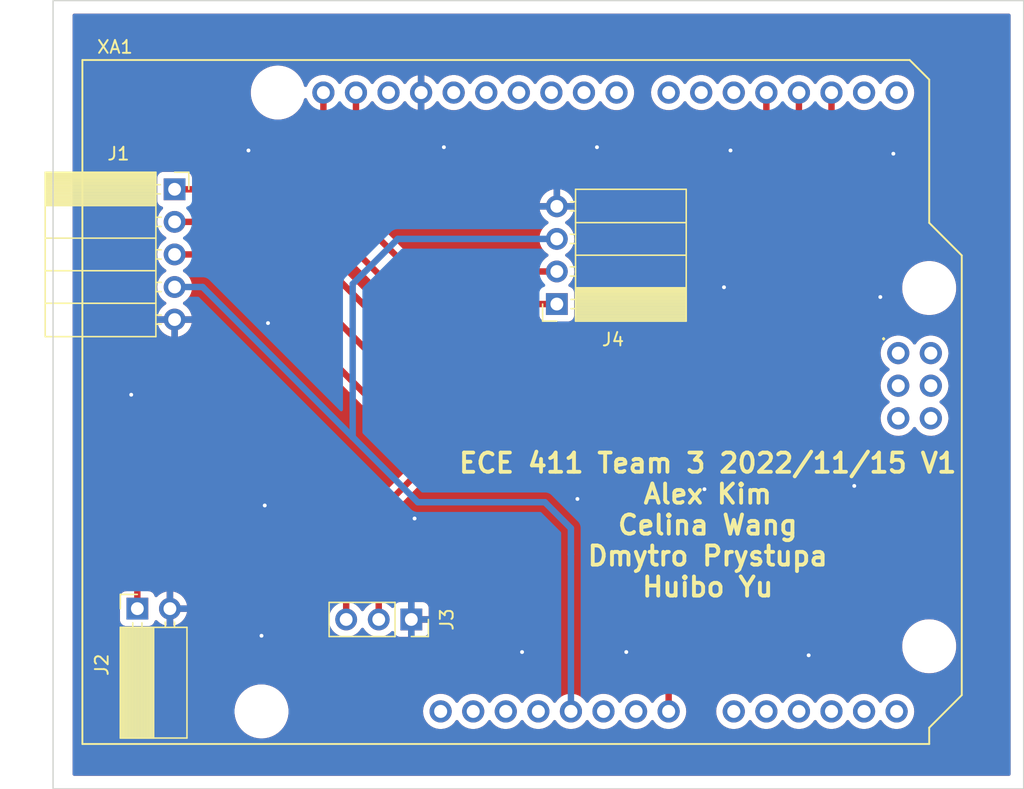
<source format=kicad_pcb>
(kicad_pcb (version 20211014) (generator pcbnew)
  (layers (0 "F.Cu" signal) (31 "B.Cu" signal) (34 "B.Paste" user) (35 "F.Paste" user) (36 "B.SilkS" user "B.Silkscreen") (37 "F.SilkS" user "F.Silkscreen") (38 "B.Mask" user) (39 "F.Mask" user) (44 "Edge.Cuts" user))
  (net 0 "")
  (net 1 "GND")
  (net 2 "Net-(J1-Pad4)")
  (net 3 "Net-(J1-Pad1)")
  (net 4 "Net-(J1-Pad2)")
  (net 5 "Net-(J1-Pad3)")
  (net 6 "Net-(J2-Pad1)")
  (net 36 "Net-(J3-Pad2)")
  (net 37 "Net-(J4-Pad1)")
  (net 38 "Net-(J4-Pad2)")
  (footprint "Connector_PinSocket_2.54mm:PinSocket_1x05_P2.54mm_Horizontal" (layer "F.Cu") (at 115.652 68.052)
    (fp_text reference "J1" (at -4.38 -2.77) (layer "F.SilkS"))
    (fp_text value "Rotary Encoder")
    (fp_line (start -10.09 0.67952) (end -1.46 0.67952) (layer "F.SilkS") (width 0.12))
    (fp_line (start 1.11 -1.33) (end 1.11 0) (layer "F.SilkS") (width 0.12))
    (fp_line (start -1.46 9.8) (end -1.05 9.8) (layer "F.SilkS") (width 0.12))
    (fp_line (start -10.09 0.20714) (end -1.46 0.20714) (layer "F.SilkS") (width 0.12))
    (fp_line (start -10.09 -1.33) (end -10.09 11.49) (layer "F.SilkS") (width 0.12))
    (fp_line (start -10.09 -0.147145) (end -1.46 -0.147145) (layer "F.SilkS") (width 0.12))
    (fp_line (start -10.09 6.35) (end -1.46 6.35) (layer "F.SilkS") (width 0.12))
    (fp_line (start -1.46 7.26) (end -1.05 7.26) (layer "F.SilkS") (width 0.12))
    (fp_line (start -10.09 -0.02905) (end -1.46 -0.02905) (layer "F.SilkS") (width 0.12))
    (fp_line (start -1.46 2.18) (end -1.05 2.18) (layer "F.SilkS") (width 0.12))
    (fp_line (start -10.09 1.1519) (end -1.46 1.1519) (layer "F.SilkS") (width 0.12))
    (fp_line (start 0 -1.33) (end 1.11 -1.33) (layer "F.SilkS") (width 0.12))
    (fp_line (start -10.09 0.325235) (end -1.46 0.325235) (layer "F.SilkS") (width 0.12))
    (fp_line (start -10.09 -1.33) (end -1.46 -1.33) (layer "F.SilkS") (width 0.12))
    (fp_line (start -10.09 -1.091905) (end -1.46 -1.091905) (layer "F.SilkS") (width 0.12))
    (fp_line (start -10.09 1.033805) (end -1.46 1.033805) (layer "F.SilkS") (width 0.12))
    (fp_line (start -10.09 3.81) (end -1.46 3.81) (layer "F.SilkS") (width 0.12))
    (fp_line (start -1.46 4.72) (end -1.05 4.72) (layer "F.SilkS") (width 0.12))
    (fp_line (start -1.46 10.52) (end -1.05 10.52) (layer "F.SilkS") (width 0.12))
    (fp_line (start -1.46 2.9) (end -1.05 2.9) (layer "F.SilkS") (width 0.12))
    (fp_line (start -10.09 0.44333) (end -1.46 0.44333) (layer "F.SilkS") (width 0.12))
    (fp_line (start -10.09 8.89) (end -1.46 8.89) (layer "F.SilkS") (width 0.12))
    (fp_line (start -10.09 -0.73762) (end -1.46 -0.73762) (layer "F.SilkS") (width 0.12))
    (fp_line (start -10.09 -0.26524) (end -1.46 -0.26524) (layer "F.SilkS") (width 0.12))
    (fp_line (start -10.09 0.089045) (end -1.46 0.089045) (layer "F.SilkS") (width 0.12))
    (fp_line (start -10.09 -0.383335) (end -1.46 -0.383335) (layer "F.SilkS") (width 0.12))
    (fp_line (start -1.46 -0.36) (end -1.11 -0.36) (layer "F.SilkS") (width 0.12))
    (fp_line (start -10.09 1.27) (end -1.46 1.27) (layer "F.SilkS") (width 0.12))
    (fp_line (start -1.46 -1.33) (end -1.46 11.49) (layer "F.SilkS") (width 0.12))
    (fp_line (start -10.09 -1.21) (end -1.46 -1.21) (layer "F.SilkS") (width 0.12))
    (fp_line (start -1.46 0.36) (end -1.11 0.36) (layer "F.SilkS") (width 0.12))
    (fp_line (start -1.46 7.98) (end -1.05 7.98) (layer "F.SilkS") (width 0.12))
    (fp_line (start -10.09 -0.50143) (end -1.46 -0.50143) (layer "F.SilkS") (width 0.12))
    (fp_line (start -10.09 -0.97381) (end -1.46 -0.97381) (layer "F.SilkS") (width 0.12))
    (fp_line (start -1.46 5.44) (end -1.05 5.44) (layer "F.SilkS") (width 0.12))
    (fp_line (start -10.09 -0.619525) (end -1.46 -0.619525) (layer "F.SilkS") (width 0.12))
    (fp_line (start -10.09 0.561425) (end -1.46 0.561425) (layer "F.SilkS") (width 0.12))
    (fp_line (start -10.09 11.49) (end -1.46 11.49) (layer "F.SilkS") (width 0.12))
    (fp_line (start -10.09 -0.855715) (end -1.46 -0.855715) (layer "F.SilkS") (width 0.12))
    (fp_line (start -10.09 0.797615) (end -1.46 0.797615) (layer "F.SilkS") (width 0.12))
    (fp_line (start -10.09 0.91571) (end -1.46 0.91571) (layer "F.SilkS") (width 0.12))
    (pad "1" thru_hole rect (at 0 0) (size 1.7 1.7) (drill 1) (layers *.Cu *.Mask) (net 3 "Net-(J1-Pad1)"))
    (pad "2" thru_hole oval (at 0 2.54) (size 1.7 1.7) (drill 1) (layers *.Cu *.Mask) (net 4 "Net-(J1-Pad2)"))
    (pad "3" thru_hole oval (at 0 5.08) (size 1.7 1.7) (drill 1) (layers *.Cu *.Mask) (net 5 "Net-(J1-Pad3)"))
    (pad "4" thru_hole oval (at 0 7.62) (size 1.7 1.7) (drill 1) (layers *.Cu *.Mask) (net 2 "Net-(J1-Pad4)"))
    (pad "5" thru_hole oval (at 0 10.16) (size 1.7 1.7) (drill 1) (layers *.Cu *.Mask) (net 1 "GND"))
  )
  (footprint "Connector_PinSocket_2.54mm:PinSocket_1x04_P2.54mm_Horizontal" (layer "F.Cu") (at 145.46 77.002 180)
    (fp_text reference "J4" (at -4.38 -2.77) (layer "F.SilkS"))
    (fp_text value "LCD_I2C")
    (fp_line (start -10.09 1.27) (end -1.46 1.27) (layer "F.SilkS") (width 0.12))
    (fp_line (start -10.09 0.67952) (end -1.46 0.67952) (layer "F.SilkS") (width 0.12))
    (fp_line (start -10.09 -0.26524) (end -1.46 -0.26524) (layer "F.SilkS") (width 0.12))
    (fp_line (start -10.09 0.089045) (end -1.46 0.089045) (layer "F.SilkS") (width 0.12))
    (fp_line (start -10.09 1.1519) (end -1.46 1.1519) (layer "F.SilkS") (width 0.12))
    (fp_line (start -1.46 7.26) (end -1.05 7.26) (layer "F.SilkS") (width 0.12))
    (fp_line (start -10.09 -0.619525) (end -1.46 -0.619525) (layer "F.SilkS") (width 0.12))
    (fp_line (start -10.09 0.91571) (end -1.46 0.91571) (layer "F.SilkS") (width 0.12))
    (fp_line (start -10.09 -1.33) (end -10.09 8.95) (layer "F.SilkS") (width 0.12))
    (fp_line (start -10.09 1.033805) (end -1.46 1.033805) (layer "F.SilkS") (width 0.12))
    (fp_line (start -1.46 2.18) (end -1.05 2.18) (layer "F.SilkS") (width 0.12))
    (fp_line (start -1.46 7.98) (end -1.05 7.98) (layer "F.SilkS") (width 0.12))
    (fp_line (start -1.46 -1.33) (end -1.46 8.95) (layer "F.SilkS") (width 0.12))
    (fp_line (start -10.09 -0.50143) (end -1.46 -0.50143) (layer "F.SilkS") (width 0.12))
    (fp_line (start -10.09 0.20714) (end -1.46 0.20714) (layer "F.SilkS") (width 0.12))
    (fp_line (start -10.09 -0.02905) (end -1.46 -0.02905) (layer "F.SilkS") (width 0.12))
    (fp_line (start -1.46 -0.36) (end -1.11 -0.36) (layer "F.SilkS") (width 0.12))
    (fp_line (start -1.46 0.36) (end -1.11 0.36) (layer "F.SilkS") (width 0.12))
    (fp_line (start -1.46 4.72) (end -1.05 4.72) (layer "F.SilkS") (width 0.12))
    (fp_line (start -10.09 -0.383335) (end -1.46 -0.383335) (layer "F.SilkS") (width 0.12))
    (fp_line (start -10.09 -0.73762) (end -1.46 -0.73762) (layer "F.SilkS") (width 0.12))
    (fp_line (start -1.46 5.44) (end -1.05 5.44) (layer "F.SilkS") (width 0.12))
    (fp_line (start 0 -1.33) (end 1.11 -1.33) (layer "F.SilkS") (width 0.12))
    (fp_line (start -10.09 0.797615) (end -1.46 0.797615) (layer "F.SilkS") (width 0.12))
    (fp_line (start -10.09 6.35) (end -1.46 6.35) (layer "F.SilkS") (width 0.12))
    (fp_line (start -10.09 -0.855715) (end -1.46 -0.855715) (layer "F.SilkS") (width 0.12))
    (fp_line (start -1.46 2.9) (end -1.05 2.9) (layer "F.SilkS") (width 0.12))
    (fp_line (start -10.09 -1.33) (end -1.46 -1.33) (layer "F.SilkS") (width 0.12))
    (fp_line (start -10.09 8.95) (end -1.46 8.95) (layer "F.SilkS") (width 0.12))
    (fp_line (start -10.09 -0.147145) (end -1.46 -0.147145) (layer "F.SilkS") (width 0.12))
    (fp_line (start -10.09 0.561425) (end -1.46 0.561425) (layer "F.SilkS") (width 0.12))
    (fp_line (start -10.09 -0.97381) (end -1.46 -0.97381) (layer "F.SilkS") (width 0.12))
    (fp_line (start -10.09 3.81) (end -1.46 3.81) (layer "F.SilkS") (width 0.12))
    (fp_line (start -10.09 -1.21) (end -1.46 -1.21) (layer "F.SilkS") (width 0.12))
    (fp_line (start 1.11 -1.33) (end 1.11 0) (layer "F.SilkS") (width 0.12))
    (fp_line (start -10.09 0.325235) (end -1.46 0.325235) (layer "F.SilkS") (width 0.12))
    (fp_line (start -10.09 -1.091905) (end -1.46 -1.091905) (layer "F.SilkS") (width 0.12))
    (fp_line (start -10.09 0.44333) (end -1.46 0.44333) (layer "F.SilkS") (width 0.12))
    (pad "1" thru_hole rect (at 0 0 180) (size 1.7 1.7) (drill 1) (layers *.Cu *.Mask) (net 37 "Net-(J4-Pad1)"))
    (pad "2" thru_hole oval (at 0 2.54 180) (size 1.7 1.7) (drill 1) (layers *.Cu *.Mask) (net 38 "Net-(J4-Pad2)"))
    (pad "3" thru_hole oval (at 0 5.08 180) (size 1.7 1.7) (drill 1) (layers *.Cu *.Mask) (net 2 "Net-(J1-Pad4)"))
    (pad "4" thru_hole oval (at 0 7.62 180) (size 1.7 1.7) (drill 1) (layers *.Cu *.Mask) (net 1 "GND"))
  )
  (footprint "Connector_PinSocket_2.54mm:PinSocket_1x03_P2.54mm_Vertical" (layer "F.Cu") (at 134.112 101.6 -90)
    (fp_text reference "J3" (at 0 -2.77 90) (layer "F.SilkS"))
    (fp_text value "Switch")
    (fp_line (start 0 -1.33) (end 1.33 -1.33) (layer "F.SilkS") (width 0.12))
    (fp_line (start 1.33 -1.33) (end 1.33 0) (layer "F.SilkS") (width 0.12))
    (fp_line (start -1.33 1.27) (end 1.33 1.27) (layer "F.SilkS") (width 0.12))
    (fp_line (start 1.33 1.27) (end 1.33 6.41) (layer "F.SilkS") (width 0.12))
    (fp_line (start -1.33 6.41) (end 1.33 6.41) (layer "F.SilkS") (width 0.12))
    (fp_line (start -1.33 1.27) (end -1.33 6.41) (layer "F.SilkS") (width 0.12))
    (pad "1" thru_hole rect (at 0 0 270) (size 1.7 1.7) (drill 1) (layers *.Cu *.Mask) (net 1 "GND"))
    (pad "2" thru_hole oval (at 0 2.54 270) (size 1.7 1.7) (drill 1) (layers *.Cu *.Mask) (net 36 "Net-(J3-Pad2)"))
    (pad "3" thru_hole oval (at 0 5.08 270) (size 1.7 1.7) (drill 1) (layers *.Cu *.Mask) (net 6 "Net-(J2-Pad1)"))
  )
  (footprint "Connector_PinSocket_2.54mm:PinSocket_1x02_P2.54mm_Horizontal" (layer "F.Cu") (at 112.746 100.756 90)
    (fp_text reference "J2" (at -4.38 -2.77 90) (layer "F.SilkS"))
    (fp_text value "Power")
    (fp_line (start -10.09 -0.97381) (end -1.46 -0.97381) (layer "F.SilkS") (width 0.12))
    (fp_line (start -10.09 0.20714) (end -1.46 0.20714) (layer "F.SilkS") (width 0.12))
    (fp_line (start -10.09 -1.33) (end -10.09 3.87) (layer "F.SilkS") (width 0.12))
    (fp_line (start -1.46 -1.33) (end -1.46 3.87) (layer "F.SilkS") (width 0.12))
    (fp_line (start -10.09 0.797615) (end -1.46 0.797615) (layer "F.SilkS") (width 0.12))
    (fp_line (start -1.46 2.9) (end -1.05 2.9) (layer "F.SilkS") (width 0.12))
    (fp_line (start -10.09 -0.02905) (end -1.46 -0.02905) (layer "F.SilkS") (width 0.12))
    (fp_line (start -10.09 0.67952) (end -1.46 0.67952) (layer "F.SilkS") (width 0.12))
    (fp_line (start -10.09 -0.147145) (end -1.46 -0.147145) (layer "F.SilkS") (width 0.12))
    (fp_line (start -10.09 0.561425) (end -1.46 0.561425) (layer "F.SilkS") (width 0.12))
    (fp_line (start -10.09 1.033805) (end -1.46 1.033805) (layer "F.SilkS") (width 0.12))
    (fp_line (start -10.09 -0.26524) (end -1.46 -0.26524) (layer "F.SilkS") (width 0.12))
    (fp_line (start -10.09 3.87) (end -1.46 3.87) (layer "F.SilkS") (width 0.12))
    (fp_line (start -10.09 0.089045) (end -1.46 0.089045) (layer "F.SilkS") (width 0.12))
    (fp_line (start -1.46 -0.36) (end -1.11 -0.36) (layer "F.SilkS") (width 0.12))
    (fp_line (start -10.09 1.1519) (end -1.46 1.1519) (layer "F.SilkS") (width 0.12))
    (fp_line (start -10.09 -1.33) (end -1.46 -1.33) (layer "F.SilkS") (width 0.12))
    (fp_line (start -10.09 -0.383335) (end -1.46 -0.383335) (layer "F.SilkS") (width 0.12))
    (fp_line (start -1.46 2.18) (end -1.05 2.18) (layer "F.SilkS") (width 0.12))
    (fp_line (start -10.09 -0.73762) (end -1.46 -0.73762) (layer "F.SilkS") (width 0.12))
    (fp_line (start -10.09 1.27) (end -1.46 1.27) (layer "F.SilkS") (width 0.12))
    (fp_line (start -10.09 -0.855715) (end -1.46 -0.855715) (layer "F.SilkS") (width 0.12))
    (fp_line (start 1.11 -1.33) (end 1.11 0) (layer "F.SilkS") (width 0.12))
    (fp_line (start -10.09 0.44333) (end -1.46 0.44333) (layer "F.SilkS") (width 0.12))
    (fp_line (start -10.09 0.91571) (end -1.46 0.91571) (layer "F.SilkS") (width 0.12))
    (fp_line (start -10.09 -1.21) (end -1.46 -1.21) (layer "F.SilkS") (width 0.12))
    (fp_line (start 0 -1.33) (end 1.11 -1.33) (layer "F.SilkS") (width 0.12))
    (fp_line (start -10.09 -1.091905) (end -1.46 -1.091905) (layer "F.SilkS") (width 0.12))
    (fp_line (start -10.09 -0.619525) (end -1.46 -0.619525) (layer "F.SilkS") (width 0.12))
    (fp_line (start -1.46 0.36) (end -1.11 0.36) (layer "F.SilkS") (width 0.12))
    (fp_line (start -10.09 0.325235) (end -1.46 0.325235) (layer "F.SilkS") (width 0.12))
    (fp_line (start -10.09 -0.50143) (end -1.46 -0.50143) (layer "F.SilkS") (width 0.12))
    (pad "1" thru_hole rect (at 0 0 90) (size 1.7 1.7) (drill 1) (layers *.Cu *.Mask) (net 6 "Net-(J2-Pad1)"))
    (pad "2" thru_hole oval (at 0 2.54 90) (size 1.7 1.7) (drill 1) (layers *.Cu *.Mask) (net 1 "GND"))
  )
  (footprint "Arduino:Arduino_Uno_Shield" (layer "F.Cu") (at 108.46 111.31)
    (fp_text reference "XA1" (at 2.54 -54.356) (layer "F.SilkS"))
    (fp_text value "Arduino_Uno_Shield")
    (fp_text user "." (at 62.484 -32.004) (layer "F.SilkS"))
    (fp_line (start 0 0) (end 66.04 0) (layer "F.SilkS") (width 0.15))
    (fp_line (start 0 -53.34) (end 0 0) (layer "F.SilkS") (width 0.15))
    (fp_line (start 66.04 -1.27) (end 68.58 -3.81) (layer "F.SilkS") (width 0.15))
    (fp_line (start 0 -53.34) (end 64.516 -53.34) (layer "F.SilkS") (width 0.15))
    (fp_line (start 64.516 -53.34) (end 66.04 -51.816) (layer "F.SilkS") (width 0.15))
    (fp_line (start 68.58 -3.81) (end 68.58 -38.1) (layer "F.SilkS") (width 0.15))
    (fp_line (start 66.04 -40.64) (end 66.04 -51.816) (layer "F.SilkS") (width 0.15))
    (fp_line (start 68.58 -38.1) (end 66.04 -40.64) (layer "F.SilkS") (width 0.15))
    (fp_line (start 66.04 0) (end 66.04 -1.27) (layer "F.SilkS") (width 0.15))
    (pad "" np_thru_hole circle (at 13.97 -2.54) (size 3.2 3.2) (drill 3.2) (layers *.Cu *.Mask))
    (pad "" np_thru_hole circle (at 66.04 -7.62) (size 3.2 3.2) (drill 3.2) (layers *.Cu *.Mask))
    (pad "" np_thru_hole circle (at 15.24 -50.8) (size 3.2 3.2) (drill 3.2) (layers *.Cu *.Mask))
    (pad "" np_thru_hole circle (at 66.04 -35.56) (size 3.2 3.2) (drill 3.2) (layers *.Cu *.Mask))
    (pad "" thru_hole oval (at 27.94 -2.54) (size 1.7272 1.7272) (drill 1.016) (layers *.Cu *.Mask))
    (pad "3V3" thru_hole oval (at 35.56 -2.54) (size 1.7272 1.7272) (drill 1.016) (layers *.Cu *.Mask))
    (pad "5V1" thru_hole oval (at 38.1 -2.54) (size 1.7272 1.7272) (drill 1.016) (layers *.Cu *.Mask) (net 2 "Net-(J1-Pad4)"))
    (pad "5V2" thru_hole oval (at 66.167 -30.48) (size 1.7272 1.7272) (drill 1.016) (layers *.Cu *.Mask))
    (pad "A0" thru_hole oval (at 50.8 -2.54) (size 1.7272 1.7272) (drill 1.016) (layers *.Cu *.Mask))
    (pad "A1" thru_hole oval (at 53.34 -2.54) (size 1.7272 1.7272) (drill 1.016) (layers *.Cu *.Mask))
    (pad "A2" thru_hole oval (at 55.88 -2.54) (size 1.7272 1.7272) (drill 1.016) (layers *.Cu *.Mask))
    (pad "A3" thru_hole oval (at 58.42 -2.54) (size 1.7272 1.7272) (drill 1.016) (layers *.Cu *.Mask))
    (pad "A4" thru_hole oval (at 60.96 -2.54) (size 1.7272 1.7272) (drill 1.016) (layers *.Cu *.Mask))
    (pad "A5" thru_hole oval (at 63.5 -2.54) (size 1.7272 1.7272) (drill 1.016) (layers *.Cu *.Mask))
    (pad "AREF" thru_hole oval (at 23.876 -50.8) (size 1.7272 1.7272) (drill 1.016) (layers *.Cu *.Mask))
    (pad "D0" thru_hole oval (at 63.5 -50.8) (size 1.7272 1.7272) (drill 1.016) (layers *.Cu *.Mask))
    (pad "D1" thru_hole oval (at 60.96 -50.8) (size 1.7272 1.7272) (drill 1.016) (layers *.Cu *.Mask))
    (pad "D2" thru_hole oval (at 58.42 -50.8) (size 1.7272 1.7272) (drill 1.016) (layers *.Cu *.Mask) (net 5 "Net-(J1-Pad3)"))
    (pad "D3" thru_hole oval (at 55.88 -50.8) (size 1.7272 1.7272) (drill 1.016) (layers *.Cu *.Mask) (net 4 "Net-(J1-Pad2)"))
    (pad "D4" thru_hole oval (at 53.34 -50.8) (size 1.7272 1.7272) (drill 1.016) (layers *.Cu *.Mask) (net 3 "Net-(J1-Pad1)"))
    (pad "D5" thru_hole oval (at 50.8 -50.8) (size 1.7272 1.7272) (drill 1.016) (layers *.Cu *.Mask))
    (pad "D6" thru_hole oval (at 48.26 -50.8) (size 1.7272 1.7272) (drill 1.016) (layers *.Cu *.Mask))
    (pad "D7" thru_hole oval (at 45.72 -50.8) (size 1.7272 1.7272) (drill 1.016) (layers *.Cu *.Mask))
    (pad "D8" thru_hole oval (at 41.656 -50.8) (size 1.7272 1.7272) (drill 1.016) (layers *.Cu *.Mask))
    (pad "D9" thru_hole oval (at 39.116 -50.8) (size 1.7272 1.7272) (drill 1.016) (layers *.Cu *.Mask))
    (pad "D10" thru_hole oval (at 36.576 -50.8) (size 1.7272 1.7272) (drill 1.016) (layers *.Cu *.Mask))
    (pad "D11" thru_hole oval (at 34.036 -50.8) (size 1.7272 1.7272) (drill 1.016) (layers *.Cu *.Mask))
    (pad "D12" thru_hole oval (at 31.496 -50.8) (size 1.7272 1.7272) (drill 1.016) (layers *.Cu *.Mask))
    (pad "D13" thru_hole oval (at 28.956 -50.8) (size 1.7272 1.7272) (drill 1.016) (layers *.Cu *.Mask))
    (pad "GND1" thru_hole oval (at 26.416 -50.8) (size 1.7272 1.7272) (drill 1.016) (layers *.Cu *.Mask) (net 1 "GND"))
    (pad "GND2" thru_hole oval (at 40.64 -2.54) (size 1.7272 1.7272) (drill 1.016) (layers *.Cu *.Mask))
    (pad "GND3" thru_hole oval (at 43.18 -2.54) (size 1.7272 1.7272) (drill 1.016) (layers *.Cu *.Mask))
    (pad "GND4" thru_hole oval (at 66.167 -25.4) (size 1.7272 1.7272) (drill 1.016) (layers *.Cu *.Mask))
    (pad "IORF" thru_hole oval (at 30.48 -2.54) (size 1.7272 1.7272) (drill 1.016) (layers *.Cu *.Mask))
    (pad "MISO" thru_hole oval (at 63.627 -30.48) (size 1.7272 1.7272) (drill 1.016) (layers *.Cu *.Mask))
    (pad "MOSI" thru_hole oval (at 66.167 -27.94) (size 1.7272 1.7272) (drill 1.016) (layers *.Cu *.Mask))
    (pad "RST1" thru_hole oval (at 33.02 -2.54) (size 1.7272 1.7272) (drill 1.016) (layers *.Cu *.Mask))
    (pad "RST2" thru_hole oval (at 63.627 -25.4) (size 1.7272 1.7272) (drill 1.016) (layers *.Cu *.Mask))
    (pad "SCK" thru_hole oval (at 63.627 -27.94) (size 1.7272 1.7272) (drill 1.016) (layers *.Cu *.Mask))
    (pad "SCL" thru_hole oval (at 18.796 -50.8) (size 1.7272 1.7272) (drill 1.016) (layers *.Cu *.Mask) (net 37 "Net-(J4-Pad1)"))
    (pad "SDA" thru_hole oval (at 21.336 -50.8) (size 1.7272 1.7272) (drill 1.016) (layers *.Cu *.Mask) (net 38 "Net-(J4-Pad2)"))
    (pad "VIN" thru_hole oval (at 45.72 -2.54) (size 1.7272 1.7272) (drill 1.016) (layers *.Cu *.Mask) (net 36 "Net-(J3-Pad2)"))
  )
  (gr_rect (start 106.172 53.34) (end 181.864 114.808) (layer "Edge.Cuts") (width 0.1) (fill none))
  (gr_text "ECE 411 Team 3 2022/11/15 V1\nAlex Kim\nCelina Wang\nDmytro Prystupa\nHuibo Yu" (at 157.226 94.234) (layer "F.SilkS") (effects (font (size 1.5 1.5) (thickness 0.3))))
  (via (at 122.428 102.87) (size 0.7) (drill 0.3) (layers "F.Cu" "B.Cu") (net 1))
  (via (at 159.004 65.024) (size 0.7) (drill 0.3) (layers "F.Cu" "B.Cu") (net 1))
  (via (at 122.936 78.486) (size 0.7) (drill 0.3) (layers "F.Cu" "B.Cu") (net 1))
  (via (at 158.496 75.692) (size 0.7) (drill 0.3) (layers "F.Cu" "B.Cu") (net 1))
  (via (at 168.656 91.186) (size 0.7) (drill 0.3) (layers "F.Cu" "B.Cu") (net 1))
  (via (at 171.704 65.278) (size 0.7) (drill 0.3) (layers "F.Cu" "B.Cu") (net 1))
  (via (at 142.748 104.14) (size 0.7) (drill 0.3) (layers "F.Cu" "B.Cu") (net 1))
  (via (at 134.366 93.726) (size 0.7) (drill 0.3) (layers "F.Cu" "B.Cu") (net 1))
  (via (at 147.066 92.202) (size 0.7) (drill 0.3) (layers "F.Cu" "B.Cu") (net 1))
  (via (at 112.268 84.074) (size 0.7) (drill 0.3) (layers "F.Cu" "B.Cu") (net 1))
  (via (at 170.688 76.454) (size 0.7) (drill 0.3) (layers "F.Cu" "B.Cu") (net 1))
  (via (at 150.876 104.14) (size 0.7) (drill 0.3) (layers "F.Cu" "B.Cu") (net 1))
  (via (at 165.1 104.394) (size 0.7) (drill 0.3) (layers "F.Cu" "B.Cu") (net 1))
  (via (at 136.652 64.77) (size 0.7) (drill 0.3) (layers "F.Cu" "B.Cu") (net 1))
  (via (at 156.972 91.44) (size 0.7) (drill 0.3) (layers "F.Cu" "B.Cu") (net 1))
  (via (at 122.682 92.71) (size 0.7) (drill 0.3) (layers "F.Cu" "B.Cu") (net 1))
  (via (at 148.59 64.77) (size 0.7) (drill 0.3) (layers "F.Cu" "B.Cu") (net 1))
  (via (at 121.412 65.024) (size 0.7) (drill 0.3) (layers "F.Cu" "B.Cu") (net 1))
  (segment (start 146.558 96.52) (end 146.56 96.522) (width 0.5) (layer "B.Cu") (net 2))
  (segment (start 117.836 75.672) (end 115.652 75.672) (width 0.5) (layer "B.Cu") (net 2))
  (segment (start 129.54 75.438) (end 133.056 71.922) (width 0.5) (layer "B.Cu") (net 2))
  (segment (start 133.056 71.922) (end 145.46 71.922) (width 0.5) (layer "B.Cu") (net 2))
  (segment (start 129.54 87.376) (end 117.836 75.672) (width 0.5) (layer "B.Cu") (net 2))
  (segment (start 146.558 94.488) (end 146.558 96.52) (width 0.5) (layer "B.Cu") (net 2))
  (segment (start 144.526 92.456) (end 146.558 94.488) (width 0.5) (layer "B.Cu") (net 2))
  (segment (start 146.56 96.522) (end 146.56 108.77) (width 0.5) (layer "B.Cu") (net 2))
  (segment (start 129.54 87.376) (end 129.54 75.438) (width 0.5) (layer "B.Cu") (net 2))
  (segment (start 129.54 87.376) (end 134.62 92.456) (width 0.5) (layer "B.Cu") (net 2))
  (segment (start 134.62 92.456) (end 144.526 92.456) (width 0.5) (layer "B.Cu") (net 2))
  (segment (start 121.392 68.052) (end 134.366 81.026) (width 0.5) (layer "F.Cu") (net 3))
  (segment (start 161.8 60.51) (end 161.8 76.202) (width 0.5) (layer "F.Cu") (net 3))
  (segment (start 157.226 81.026) (end 161.8 76.452) (width 0.5) (layer "F.Cu") (net 3))
  (segment (start 134.366 81.026) (end 157.226 81.026) (width 0.5) (layer "F.Cu") (net 3))
  (segment (start 161.8 76.452) (end 161.8 76.202) (width 0.5) (layer "F.Cu") (net 3))
  (segment (start 115.652 68.052) (end 121.392 68.052) (width 0.5) (layer "F.Cu") (net 3))
  (segment (start 157.48 83.82) (end 164.34 76.96) (width 0.5) (layer "F.Cu") (net 4))
  (segment (start 133.858 83.82) (end 157.48 83.82) (width 0.5) (layer "F.Cu") (net 4))
  (segment (start 120.63 70.592) (end 133.858 83.82) (width 0.5) (layer "F.Cu") (net 4))
  (segment (start 164.34 76.96) (end 164.34 60.51) (width 0.5) (layer "F.Cu") (net 4))
  (segment (start 115.652 70.592) (end 120.63 70.592) (width 0.5) (layer "F.Cu") (net 4))
  (segment (start 119.614 73.132) (end 133.35 86.868) (width 0.5) (layer "F.Cu") (net 5))
  (segment (start 157.734 86.868) (end 166.88 77.722) (width 0.5) (layer "F.Cu") (net 5))
  (segment (start 133.35 86.868) (end 157.734 86.868) (width 0.5) (layer "F.Cu") (net 5))
  (segment (start 166.88 77.722) (end 166.88 60.51) (width 0.5) (layer "F.Cu") (net 5))
  (segment (start 115.652 73.132) (end 119.614 73.132) (width 0.5) (layer "F.Cu") (net 5))
  (segment (start 112.746 100.756) (end 112.746 97.82) (width 0.5) (layer "F.Cu") (net 6))
  (segment (start 112.746 97.82) (end 114.554 96.012) (width 0.5) (layer "F.Cu") (net 6))
  (segment (start 127 96.012) (end 129.032 98.044) (width 0.5) (layer "F.Cu") (net 6))
  (segment (start 114.554 96.012) (end 127 96.012) (width 0.5) (layer "F.Cu") (net 6))
  (segment (start 129.032 98.044) (end 129.032 101.6) (width 0.5) (layer "F.Cu") (net 6))
  (segment (start 151.13 90.17) (end 154.18 93.22) (width 0.5) (layer "F.Cu") (net 36))
  (segment (start 131.572 93.218) (end 134.62 90.17) (width 0.5) (layer "F.Cu") (net 36))
  (segment (start 154.18 93.22) (end 154.18 100.332) (width 0.5) (layer "F.Cu") (net 36))
  (segment (start 134.62 90.17) (end 151.13 90.17) (width 0.5) (layer "F.Cu") (net 36))
  (segment (start 154.18 100.332) (end 154.18 108.77) (width 0.5) (layer "F.Cu") (net 36))
  (segment (start 131.572 101.6) (end 131.572 93.218) (width 0.5) (layer "F.Cu") (net 36))
  (segment (start 127.254 70.358) (end 127.256 70.356) (width 0.5) (layer "F.Cu") (net 37))
  (segment (start 133.898 77.002) (end 127.254 70.358) (width 0.5) (layer "F.Cu") (net 37))
  (segment (start 145.46 77.002) (end 133.898 77.002) (width 0.5) (layer "F.Cu") (net 37))
  (segment (start 127.256 70.356) (end 127.256 60.51) (width 0.5) (layer "F.Cu") (net 37))
  (segment (start 129.796 69.34) (end 129.796 60.51) (width 0.5) (layer "F.Cu") (net 38))
  (segment (start 145.46 74.462) (end 134.152 74.462) (width 0.5) (layer "F.Cu") (net 38))
  (segment (start 129.794 69.342) (end 129.796 69.34) (width 0.5) (layer "F.Cu") (net 38))
  (segment (start 134.152 74.462) (end 129.794 70.104) (width 0.5) (layer "F.Cu") (net 38))
  (segment (start 129.794 70.104) (end 129.794 69.342) (width 0.5) (layer "F.Cu") (net 38))
  (zone (net 1) (net_name "GND") (layers F&B.Cu) (connect_pads (clearance 0.508)) (min_thickness 0.254) (fill yes (thermal_gap 0.508) (thermal_bridge_width 0.508))
    (polygon (pts (xy 180.848 113.792) (xy 107.696 113.792) (xy 107.696 54.356) (xy 180.848 54.356)))
  )
)
</source>
